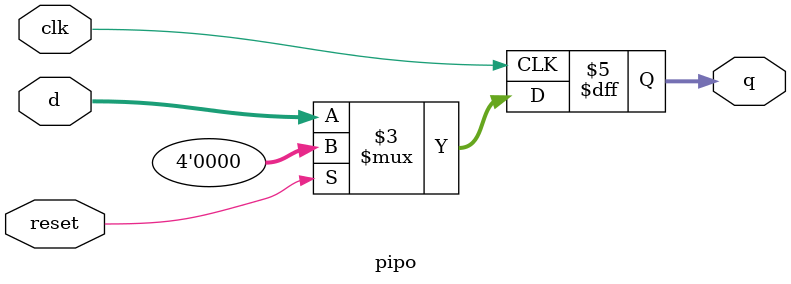
<source format=v>
module pipo(clk,reset,d,q);
    input clk,reset;
    input [3:0]d;
    output reg [3:0]q;
    always @(posedge clk) 
    begin
        if (reset) 
        q<=4'b0000;
        else 
        q<=d;
    end
endmodule

</source>
